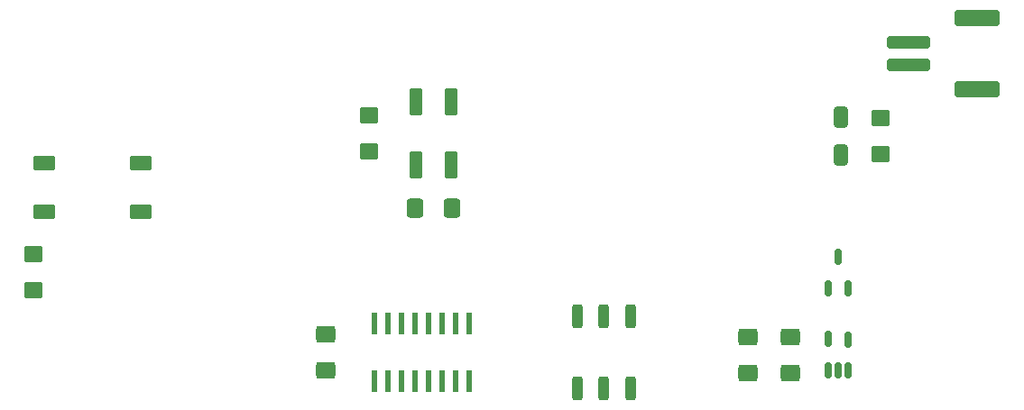
<source format=gtp>
%TF.GenerationSoftware,KiCad,Pcbnew,9.0.0*%
%TF.CreationDate,2025-06-19T17:41:54+01:00*%
%TF.ProjectId,solderbit-paste,736f6c64-6572-4626-9974-2d7061737465,v0.7*%
%TF.SameCoordinates,Original*%
%TF.FileFunction,Paste,Top*%
%TF.FilePolarity,Positive*%
%FSLAX46Y46*%
G04 Gerber Fmt 4.6, Leading zero omitted, Abs format (unit mm)*
G04 Created by KiCad (PCBNEW 9.0.0) date 2025-06-19 17:41:54*
%MOMM*%
%LPD*%
G01*
G04 APERTURE LIST*
G04 Aperture macros list*
%AMRoundRect*
0 Rectangle with rounded corners*
0 $1 Rounding radius*
0 $2 $3 $4 $5 $6 $7 $8 $9 X,Y pos of 4 corners*
0 Add a 4 corners polygon primitive as box body*
4,1,4,$2,$3,$4,$5,$6,$7,$8,$9,$2,$3,0*
0 Add four circle primitives for the rounded corners*
1,1,$1+$1,$2,$3*
1,1,$1+$1,$4,$5*
1,1,$1+$1,$6,$7*
1,1,$1+$1,$8,$9*
0 Add four rect primitives between the rounded corners*
20,1,$1+$1,$2,$3,$4,$5,0*
20,1,$1+$1,$4,$5,$6,$7,0*
20,1,$1+$1,$6,$7,$8,$9,0*
20,1,$1+$1,$8,$9,$2,$3,0*%
G04 Aperture macros list end*
%ADD10RoundRect,0.162500X0.162500X-0.587500X0.162500X0.587500X-0.162500X0.587500X-0.162500X-0.587500X0*%
%ADD11RoundRect,0.301886X-0.598114X0.498114X-0.598114X-0.498114X0.598114X-0.498114X0.598114X0.498114X0*%
%ADD12RoundRect,0.307693X0.567307X-0.492307X0.567307X0.492307X-0.567307X0.492307X-0.567307X-0.492307X0*%
%ADD13RoundRect,0.250000X-0.400000X0.725000X-0.400000X-0.725000X0.400000X-0.725000X0.400000X0.725000X0*%
%ADD14RoundRect,0.250000X-0.800000X-0.450000X0.800000X-0.450000X0.800000X0.450000X-0.800000X0.450000X0*%
%ADD15RoundRect,0.301886X0.598114X-0.498114X0.598114X0.498114X-0.598114X0.498114X-0.598114X-0.498114X0*%
%ADD16RoundRect,0.250000X0.375000X-1.025000X0.375000X1.025000X-0.375000X1.025000X-0.375000X-1.025000X0*%
%ADD17R,0.533400X2.010100*%
%ADD18RoundRect,0.250001X1.849999X-0.499999X1.849999X0.499999X-1.849999X0.499999X-1.849999X-0.499999X0*%
%ADD19RoundRect,0.300000X1.750000X-0.300000X1.750000X0.300000X-1.750000X0.300000X-1.750000X-0.300000X0*%
%ADD20RoundRect,0.301886X-0.498114X-0.598114X0.498114X-0.598114X0.498114X0.598114X-0.498114X0.598114X0*%
%ADD21RoundRect,0.307693X-0.567307X0.492307X-0.567307X-0.492307X0.567307X-0.492307X0.567307X0.492307X0*%
%ADD22RoundRect,0.250000X-0.250000X-0.875000X0.250000X-0.875000X0.250000X0.875000X-0.250000X0.875000X0*%
G04 APERTURE END LIST*
D10*
X125314719Y-71519719D03*
X127202219Y-71519719D03*
X126264719Y-68609719D03*
D11*
X117764719Y-76114719D03*
X117764719Y-79514719D03*
D12*
X82200000Y-58700000D03*
X82200000Y-55300000D03*
D13*
X126500000Y-55460281D03*
X126500000Y-59010281D03*
D14*
X51714719Y-59814719D03*
X51714719Y-64314719D03*
X60814719Y-59814719D03*
X60814719Y-64314719D03*
D15*
X78164719Y-79264719D03*
X78164719Y-75864719D03*
D16*
X86639719Y-59975000D03*
X89889719Y-59975000D03*
X89889719Y-54025000D03*
X86639719Y-54025000D03*
D17*
X82701200Y-80309669D03*
X83971200Y-80309669D03*
X85241200Y-80309669D03*
X86511200Y-80309669D03*
X87781200Y-80309669D03*
X89051200Y-80309669D03*
X90321200Y-80309669D03*
X91591200Y-80309669D03*
X91591200Y-74819769D03*
X90321200Y-74819769D03*
X89051200Y-74819769D03*
X87781200Y-74819769D03*
X86511200Y-74819769D03*
X85241200Y-74819769D03*
X83971200Y-74819769D03*
X82701200Y-74819769D03*
D18*
X139300000Y-52850000D03*
X139300000Y-46150000D03*
D19*
X132850000Y-50550000D03*
X132850000Y-48450000D03*
D20*
X86564719Y-64014719D03*
X89964719Y-64014719D03*
D10*
X125314719Y-79294719D03*
X126264719Y-79294719D03*
X127214719Y-79294719D03*
X127214719Y-76339719D03*
X125314719Y-76334719D03*
D12*
X130250000Y-58935281D03*
X130250000Y-55535281D03*
D11*
X121764719Y-76114719D03*
X121764719Y-79514719D03*
D21*
X50750000Y-68350000D03*
X50750000Y-71750000D03*
D22*
X101764719Y-74189719D03*
X104264719Y-74189719D03*
X106764719Y-74189719D03*
X101764719Y-80939719D03*
X104264719Y-80939719D03*
X106764719Y-80939719D03*
M02*

</source>
